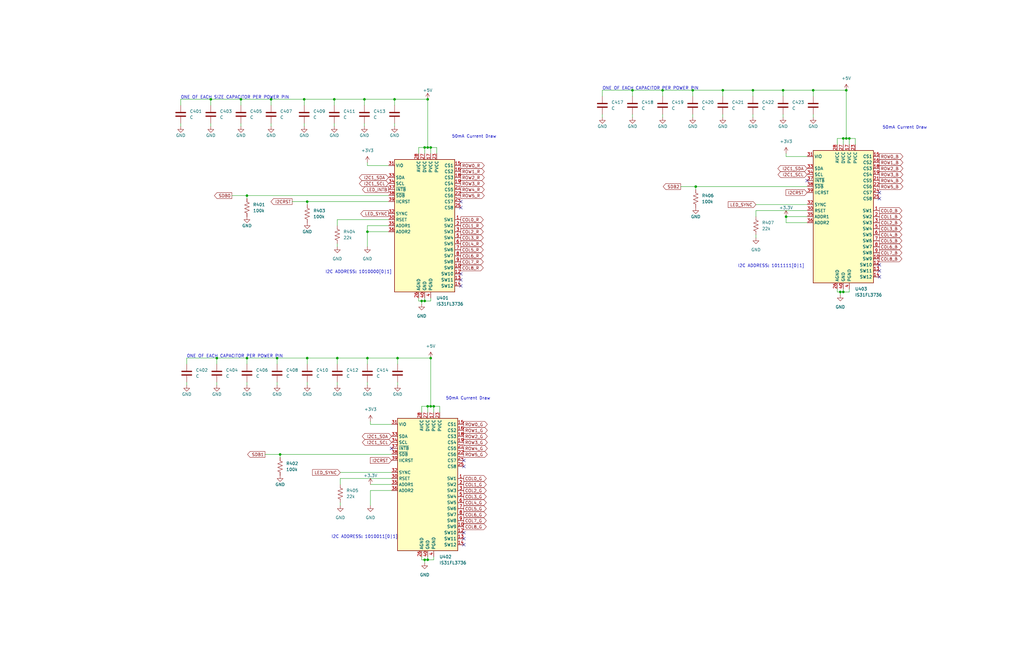
<source format=kicad_sch>
(kicad_sch (version 20230121) (generator eeschema)
  (paper "USLedger")
  (title_block (title "ErgoDUE") (date "2024-01-15") (rev "V0.1"))
  (lib_symbols
    (symbol "Device:C" (pin_numbers hide) (pin_names (offset 0.254))
      (property "Reference" "C" (at 0.635 2.54 0))
      (property "Value" "C" (at 0.635 -2.54 0))
      (symbol "C_0_1"
        (polyline (pts (xy -2.032 -0.762) (xy 2.032 -0.762)) (stroke (width 0.508)))
        (polyline (pts (xy -2.032 0.762) (xy 2.032 0.762)) (stroke (width 0.508)))
      )
      (symbol "C_1_1"
        (pin passive line (at 0 3.81 270) (length 2.794) (name "~") (number "1"))
        (pin passive line (at 0 -3.81 90) (length 2.794) (name "~") (number "2"))
      )
    )
    (symbol "Device:R_US" (pin_numbers hide) (pin_names (offset 0))
      (property "Reference" "R" (at 2.54 0 90))
      (property "Value" "R_US" (at -2.54 0 90))
      (symbol "R_US_0_1"
        (polyline (pts (xy 0 -2.286) (xy 0 -2.54)))
        (polyline (pts (xy 0 2.286) (xy 0 2.54)))
        (polyline (pts (xy 0 -0.762) (xy 1.016 -1.143) (xy 0 -1.524) (xy -1.016 -1.905) (xy 0 -2.286)))
        (polyline (pts (xy 0 0.762) (xy 1.016 0.381) (xy 0 0) (xy -1.016 -0.381) (xy 0 -0.762)))
        (polyline (pts (xy 0 2.286) (xy 1.016 1.905) (xy 0 1.524) (xy -1.016 1.143) (xy 0 0.762)))
      )
      (symbol "R_US_1_1"
        (pin passive line (at 0 3.81 270) (length 1.27) (name "~") (number "1"))
        (pin passive line (at 0 -3.81 90) (length 1.27) (name "~") (number "2"))
      )
    )
    (symbol "Driver_LED:IS31FL3736"
      (property "Reference" "U" (at -12.7 28.575 0))
      (property "Value" "IS31FL3736" (at 5.08 -29.21 0))
      (symbol "IS31FL3736_0_1"
        (rectangle (start -12.7 27.94) (end 12.7 -27.94) (stroke (width 0.254)) (fill (type background)))
      )
      (symbol "IS31FL3736_1_1"
        (pin input line (at 15.24 2.54 180) (length 2.54) (name "SW1") (number "1"))
        (pin input line (at 15.24 -17.78 180) (length 2.54) (name "SW9") (number "10"))
        (pin passive line (at 2.54 -30.48 90) (length 2.54) hide (name "PGND") (number "11"))
        (pin input line (at 15.24 -20.32 180) (length 2.54) (name "SW10") (number "12"))
        (pin input line (at 15.24 -22.86 180) (length 2.54) (name "SW11") (number "13"))
        (pin input line (at 15.24 -25.4 180) (length 2.54) (name "SW12") (number "14"))
        (pin output line (at 15.24 25.4 180) (length 2.54) (name "CS1") (number "15"))
        (pin output line (at 15.24 22.86 180) (length 2.54) (name "CS2") (number "16"))
        (pin power_in line (at 2.54 30.48 270) (length 2.54) (name "PVCC") (number "17"))
        (pin output line (at 15.24 20.32 180) (length 2.54) (name "CS3") (number "18"))
        (pin output line (at 15.24 17.78 180) (length 2.54) (name "CS4") (number "19"))
        (pin input line (at 15.24 0 180) (length 2.54) (name "SW2") (number "2"))
        (pin no_connect line (at -12.7 -22.86 0) (length 2.54) hide (name "NC") (number "20"))
        (pin output line (at 15.24 15.24 180) (length 2.54) (name "CS5") (number "21"))
        (pin output line (at 15.24 12.7 180) (length 2.54) (name "CS6") (number "22"))
        (pin power_in line (at 5.08 30.48 270) (length 2.54) (name "PVCC") (number "23"))
        (pin output line (at 15.24 10.16 180) (length 2.54) (name "CS7") (number "24"))
        (pin output line (at 15.24 7.62 180) (length 2.54) (name "CS8") (number "25"))
        (pin power_in line (at -2.54 -30.48 90) (length 2.54) (name "AGND") (number "26"))
        (pin power_in line (at 0 30.48 270) (length 2.54) (name "DVCC") (number "27"))
        (pin power_in line (at -2.54 30.48 270) (length 2.54) (name "AVCC") (number "28"))
        (pin no_connect line (at -12.7 -25.4 0) (length 2.54) hide (name "NC") (number "29"))
        (pin input line (at 15.24 -2.54 180) (length 2.54) (name "SW3") (number "3"))
        (pin passive line (at -15.24 2.54 0) (length 2.54) (name "RSET") (number "30"))
        (pin input line (at -15.24 25.4 0) (length 2.54) (name "VIO") (number "31"))
        (pin input line (at -15.24 5.08 0) (length 2.54) (name "SYNC") (number "32"))
        (pin bidirectional line (at -15.24 20.32 0) (length 2.54) (name "SDA") (number "33"))
        (pin input line (at -15.24 17.78 0) (length 2.54) (name "SCL") (number "34"))
        (pin input line (at -15.24 0 0) (length 2.54) (name "ADDR1") (number "35"))
        (pin input line (at -15.24 -2.54 0) (length 2.54) (name "ADDR2") (number "36"))
        (pin open_collector line (at -15.24 15.24 0) (length 2.54) (name "~{INTB}") (number "37"))
        (pin input line (at -15.24 12.7 0) (length 2.54) (name "~{SDB}") (number "38"))
        (pin input line (at -15.24 10.16 0) (length 2.54) (name "IICRST") (number "39"))
        (pin power_in line (at 2.54 -30.48 90) (length 2.54) (name "PGND") (number "4"))
        (pin power_in line (at 0 -30.48 90) (length 2.54) (name "GND") (number "40"))
        (pin passive line (at 0 -30.48 90) (length 2.54) hide (name "GND") (number "41"))
        (pin input line (at 15.24 -5.08 180) (length 2.54) (name "SW4") (number "5"))
        (pin input line (at 15.24 -7.62 180) (length 2.54) (name "SW5") (number "6"))
        (pin input line (at 15.24 -10.16 180) (length 2.54) (name "SW6") (number "7"))
        (pin input line (at 15.24 -12.7 180) (length 2.54) (name "SW7") (number "8"))
        (pin input line (at 15.24 -15.24 180) (length 2.54) (name "SW8") (number "9"))
      )
    )
    (symbol "power:+3.3V" (power) (pin_names (offset 0))
      (property "Value" "+3.3V" (at 0 3.556 0))
      (symbol "+3.3V_0_1"
        (polyline (pts (xy -0.762 1.27) (xy 0 2.54)))
        (polyline (pts (xy 0 0) (xy 0 2.54)))
        (polyline (pts (xy 0 2.54) (xy 0.762 1.27)))
      )
      (symbol "+3.3V_1_1"
        (pin power_in line (at 0 0 90) (length 0) hide (name "+3.3V") (number "1"))
      )
    )
    (symbol "power:+3V3" (power) (pin_names (offset 0))
      (property "Value" "+3V3" (at 0 3.556 0))
      (symbol "+3V3_0_1"
        (polyline (pts (xy -0.762 1.27) (xy 0 2.54)))
        (polyline (pts (xy 0 0) (xy 0 2.54)))
        (polyline (pts (xy 0 2.54) (xy 0.762 1.27)))
      )
      (symbol "+3V3_1_1"
        (pin power_in line (at 0 0 90) (length 0) hide (name "+3V3") (number "1"))
      )
    )
    (symbol "power:+5V" (power) (pin_names (offset 0))
      (property "Value" "+5V" (at 0 3.556 0))
      (symbol "+5V_0_1"
        (polyline (pts (xy -0.762 1.27) (xy 0 2.54)))
        (polyline (pts (xy 0 0) (xy 0 2.54)))
        (polyline (pts (xy 0 2.54) (xy 0.762 1.27)))
      )
      (symbol "+5V_1_1"
        (pin power_in line (at 0 0 90) (length 0) hide (name "+5V") (number "1"))
      )
    )
    (symbol "power:GND" (power) (pin_names (offset 0))
      (property "Value" "GND" (at 0 -3.81 0))
      (symbol "GND_0_1"
        (polyline (pts (xy 0 0) (xy 0 -1.27) (xy 1.27 -1.27) (xy 0 -2.54) (xy -1.27 -1.27) (xy 0 -1.27)))
      )
      (symbol "GND_1_1"
        (pin power_in line (at 0 0 270) (length 0) hide (name "GND") (number "1"))
      )
    )
  )
  (junction (at 279.4 38.1))
  (junction (at 101.6 41.91))
  (junction (at 330.2 38.1))
  (junction (at 104.14 82.55))
  (junction (at 116.84 151.13))
  (junction (at 181.61 171.45))
  (junction (at 179.07 127))
  (junction (at 129.54 151.13))
  (junction (at 180.34 62.23))
  (junction (at 167.64 151.13))
  (junction (at 266.7 38.1))
  (junction (at 153.67 41.91))
  (junction (at 129.54 85.09))
  (junction (at 177.8 127))
  (junction (at 358.14 58.42))
  (junction (at 180.34 236.22))
  (junction (at 331.47 91.44))
  (junction (at 181.61 151.13))
  (junction (at 88.9 41.91))
  (junction (at 342.9 38.1))
  (junction (at 179.07 62.23))
  (junction (at 118.11 191.77))
  (junction (at 128.27 41.91))
  (junction (at 355.6 123.19))
  (junction (at 182.88 171.45))
  (junction (at 140.97 41.91))
  (junction (at 91.44 151.13))
  (junction (at 179.07 236.22))
  (junction (at 356.87 58.42))
  (junction (at 154.94 151.13))
  (junction (at 180.34 171.45))
  (junction (at 293.37 78.74))
  (junction (at 292.1 38.1))
  (junction (at 166.37 41.91))
  (junction (at 154.94 97.79))
  (junction (at 181.61 62.23))
  (junction (at 317.5 38.1))
  (junction (at 180.34 41.91))
  (junction (at 114.3 41.91))
  (junction (at 142.24 151.13))
  (junction (at 104.14 151.13))
  (junction (at 355.6 58.42))
  (junction (at 354.33 123.19))
  (junction (at 356.87 38.1))
  (junction (at 304.8 38.1))
  (no_connect (at 340.36 76.2))
  (no_connect (at 195.58 196.85))
  (no_connect (at 165.1 189.23))
  (no_connect (at 370.84 83.82))
  (no_connect (at 195.58 224.79))
  (no_connect (at 195.58 194.31))
  (no_connect (at 194.31 118.11))
  (no_connect (at 195.58 227.33))
  (no_connect (at 370.84 116.84))
  (no_connect (at 370.84 114.3))
  (no_connect (at 194.31 115.57))
  (no_connect (at 370.84 81.28))
  (no_connect (at 194.31 120.65))
  (no_connect (at 194.31 85.09))
  (no_connect (at 370.84 111.76))
  (no_connect (at 195.58 229.87))
  (no_connect (at 194.31 87.63))
  (wire (pts (xy 128.27 52.07) (xy 128.27 53.34)))
  (wire (pts (xy 104.14 82.55) (xy 163.83 82.55)))
  (wire (pts (xy 318.77 86.36) (xy 340.36 86.36)))
  (wire (pts (xy 166.37 52.07) (xy 166.37 53.34)))
  (wire (pts (xy 279.4 38.1) (xy 279.4 40.64)))
  (wire (pts (xy 330.2 38.1) (xy 330.2 40.64)))
  (wire (pts (xy 88.9 41.91) (xy 101.6 41.91)))
  (wire (pts (xy 331.47 66.04) (xy 331.47 64.77)))
  (wire (pts (xy 254 38.1) (xy 266.7 38.1)))
  (wire (pts (xy 142.24 151.13) (xy 154.94 151.13)))
  (wire (pts (xy 179.07 62.23) (xy 180.34 62.23)))
  (wire (pts (xy 156.21 177.8) (xy 156.21 179.07)))
  (wire (pts (xy 153.67 41.91) (xy 166.37 41.91)))
  (wire (pts (xy 318.77 99.06) (xy 318.77 100.33)))
  (wire (pts (xy 179.07 236.22) (xy 180.34 236.22)))
  (wire (pts (xy 176.53 62.23) (xy 176.53 64.77)))
  (wire (pts (xy 143.51 212.09) (xy 143.51 213.36)))
  (wire (pts (xy 180.34 234.95) (xy 180.34 236.22)))
  (wire (pts (xy 166.37 41.91) (xy 166.37 44.45)))
  (wire (pts (xy 340.36 66.04) (xy 331.47 66.04)))
  (wire (pts (xy 266.7 48.26) (xy 266.7 49.53)))
  (wire (pts (xy 118.11 191.77) (xy 165.1 191.77)))
  (wire (pts (xy 129.54 85.09) (xy 129.54 86.36)))
  (wire (pts (xy 254 48.26) (xy 254 49.53)))
  (wire (pts (xy 318.77 88.9) (xy 318.77 91.44)))
  (wire (pts (xy 179.07 62.23) (xy 179.07 64.77)))
  (wire (pts (xy 165.1 201.93) (xy 143.51 201.93)))
  (wire (pts (xy 140.97 41.91) (xy 140.97 44.45)))
  (wire (pts (xy 91.44 161.29) (xy 91.44 162.56)))
  (wire (pts (xy 342.9 48.26) (xy 342.9 49.53)))
  (wire (pts (xy 177.8 236.22) (xy 179.07 236.22)))
  (wire (pts (xy 142.24 102.87) (xy 142.24 104.14)))
  (wire (pts (xy 304.8 38.1) (xy 304.8 40.64)))
  (wire (pts (xy 177.8 234.95) (xy 177.8 236.22)))
  (wire (pts (xy 317.5 38.1) (xy 330.2 38.1)))
  (wire (pts (xy 88.9 41.91) (xy 88.9 44.45)))
  (wire (pts (xy 292.1 38.1) (xy 304.8 38.1)))
  (wire (pts (xy 266.7 38.1) (xy 279.4 38.1)))
  (wire (pts (xy 179.07 236.22) (xy 179.07 237.49)))
  (wire (pts (xy 111.76 191.77) (xy 118.11 191.77)))
  (wire (pts (xy 287.02 78.74) (xy 293.37 78.74)))
  (wire (pts (xy 154.94 97.79) (xy 163.83 97.79)))
  (wire (pts (xy 356.87 58.42) (xy 358.14 58.42)))
  (wire (pts (xy 167.64 161.29) (xy 167.64 162.56)))
  (wire (pts (xy 118.11 191.77) (xy 118.11 193.04)))
  (wire (pts (xy 360.68 58.42) (xy 360.68 60.96)))
  (wire (pts (xy 167.64 151.13) (xy 167.64 153.67)))
  (wire (pts (xy 142.24 92.71) (xy 142.24 95.25)))
  (wire (pts (xy 330.2 38.1) (xy 342.9 38.1)))
  (wire (pts (xy 182.88 236.22) (xy 182.88 234.95)))
  (wire (pts (xy 153.67 41.91) (xy 153.67 44.45)))
  (wire (pts (xy 154.94 97.79) (xy 154.94 104.14)))
  (wire (pts (xy 181.61 62.23) (xy 181.61 64.77)))
  (wire (pts (xy 154.94 95.25) (xy 154.94 97.79)))
  (wire (pts (xy 340.36 93.98) (xy 331.47 93.98)))
  (wire (pts (xy 182.88 171.45) (xy 182.88 173.99)))
  (wire (pts (xy 279.4 48.26) (xy 279.4 49.53)))
  (wire (pts (xy 180.34 41.91) (xy 180.34 62.23)))
  (wire (pts (xy 355.6 123.19) (xy 358.14 123.19)))
  (wire (pts (xy 342.9 38.1) (xy 342.9 40.64)))
  (wire (pts (xy 355.6 121.92) (xy 355.6 123.19)))
  (wire (pts (xy 114.3 41.91) (xy 114.3 44.45)))
  (wire (pts (xy 340.36 88.9) (xy 318.77 88.9)))
  (wire (pts (xy 331.47 91.44) (xy 340.36 91.44)))
  (wire (pts (xy 180.34 171.45) (xy 181.61 171.45)))
  (wire (pts (xy 129.54 151.13) (xy 142.24 151.13)))
  (wire (pts (xy 179.07 125.73) (xy 179.07 127)))
  (wire (pts (xy 355.6 58.42) (xy 355.6 60.96)))
  (wire (pts (xy 176.53 62.23) (xy 179.07 62.23)))
  (wire (pts (xy 154.94 151.13) (xy 167.64 151.13)))
  (wire (pts (xy 104.14 151.13) (xy 104.14 153.67)))
  (wire (pts (xy 142.24 151.13) (xy 142.24 153.67)))
  (wire (pts (xy 354.33 123.19) (xy 354.33 124.46)))
  (wire (pts (xy 76.2 41.91) (xy 88.9 41.91)))
  (wire (pts (xy 266.7 38.1) (xy 266.7 40.64)))
  (wire (pts (xy 129.54 85.09) (xy 163.83 85.09)))
  (wire (pts (xy 101.6 41.91) (xy 101.6 44.45)))
  (wire (pts (xy 293.37 78.74) (xy 340.36 78.74)))
  (wire (pts (xy 76.2 44.45) (xy 76.2 41.91)))
  (wire (pts (xy 358.14 123.19) (xy 358.14 121.92)))
  (wire (pts (xy 116.84 151.13) (xy 116.84 153.67)))
  (wire (pts (xy 353.06 121.92) (xy 353.06 123.19)))
  (wire (pts (xy 180.34 171.45) (xy 180.34 173.99)))
  (wire (pts (xy 292.1 38.1) (xy 292.1 40.64)))
  (wire (pts (xy 116.84 161.29) (xy 116.84 162.56)))
  (wire (pts (xy 354.33 123.19) (xy 355.6 123.19)))
  (wire (pts (xy 177.8 127) (xy 177.8 128.27)))
  (wire (pts (xy 143.51 201.93) (xy 143.51 204.47)))
  (wire (pts (xy 181.61 62.23) (xy 184.15 62.23)))
  (wire (pts (xy 156.21 207.01) (xy 156.21 213.36)))
  (wire (pts (xy 154.94 151.13) (xy 154.94 153.67)))
  (wire (pts (xy 304.8 38.1) (xy 317.5 38.1)))
  (wire (pts (xy 156.21 207.01) (xy 165.1 207.01)))
  (wire (pts (xy 101.6 41.91) (xy 114.3 41.91)))
  (wire (pts (xy 91.44 151.13) (xy 91.44 153.67)))
  (wire (pts (xy 358.14 58.42) (xy 358.14 60.96)))
  (wire (pts (xy 91.44 151.13) (xy 104.14 151.13)))
  (wire (pts (xy 165.1 179.07) (xy 156.21 179.07)))
  (wire (pts (xy 176.53 127) (xy 177.8 127)))
  (wire (pts (xy 78.74 153.67) (xy 78.74 151.13)))
  (wire (pts (xy 76.2 52.07) (xy 76.2 53.34)))
  (wire (pts (xy 114.3 41.91) (xy 128.27 41.91)))
  (wire (pts (xy 156.21 204.47) (xy 165.1 204.47)))
  (wire (pts (xy 355.6 58.42) (xy 356.87 58.42)))
  (wire (pts (xy 177.8 171.45) (xy 180.34 171.45)))
  (wire (pts (xy 177.8 171.45) (xy 177.8 173.99)))
  (wire (pts (xy 129.54 161.29) (xy 129.54 162.56)))
  (wire (pts (xy 163.83 92.71) (xy 142.24 92.71)))
  (wire (pts (xy 114.3 52.07) (xy 114.3 53.34)))
  (wire (pts (xy 78.74 161.29) (xy 78.74 162.56)))
  (wire (pts (xy 101.6 52.07) (xy 101.6 53.34)))
  (wire (pts (xy 163.83 95.25) (xy 154.94 95.25)))
  (wire (pts (xy 142.24 161.29) (xy 142.24 162.56)))
  (wire (pts (xy 140.97 52.07) (xy 140.97 53.34)))
  (wire (pts (xy 317.5 38.1) (xy 317.5 40.64)))
  (wire (pts (xy 163.83 69.85) (xy 154.94 69.85)))
  (wire (pts (xy 128.27 41.91) (xy 128.27 44.45)))
  (wire (pts (xy 88.9 52.07) (xy 88.9 53.34)))
  (wire (pts (xy 317.5 48.26) (xy 317.5 49.53)))
  (wire (pts (xy 182.88 171.45) (xy 185.42 171.45)))
  (wire (pts (xy 176.53 125.73) (xy 176.53 127)))
  (wire (pts (xy 331.47 93.98) (xy 331.47 91.44)))
  (wire (pts (xy 177.8 127) (xy 179.07 127)))
  (wire (pts (xy 97.79 82.55) (xy 104.14 82.55)))
  (wire (pts (xy 353.06 58.42) (xy 355.6 58.42)))
  (wire (pts (xy 353.06 58.42) (xy 353.06 60.96)))
  (wire (pts (xy 153.67 52.07) (xy 153.67 53.34)))
  (wire (pts (xy 116.84 151.13) (xy 129.54 151.13)))
  (wire (pts (xy 353.06 123.19) (xy 354.33 123.19)))
  (wire (pts (xy 179.07 127) (xy 181.61 127)))
  (wire (pts (xy 358.14 58.42) (xy 360.68 58.42)))
  (wire (pts (xy 140.97 41.91) (xy 153.67 41.91)))
  (wire (pts (xy 181.61 171.45) (xy 182.88 171.45)))
  (wire (pts (xy 279.4 38.1) (xy 292.1 38.1)))
  (wire (pts (xy 129.54 151.13) (xy 129.54 153.67)))
  (wire (pts (xy 185.42 171.45) (xy 185.42 173.99)))
  (wire (pts (xy 184.15 62.23) (xy 184.15 64.77)))
  (wire (pts (xy 180.34 62.23) (xy 181.61 62.23)))
  (wire (pts (xy 167.64 151.13) (xy 181.61 151.13)))
  (wire (pts (xy 304.8 48.26) (xy 304.8 49.53)))
  (wire (pts (xy 342.9 38.1) (xy 356.87 38.1)))
  (wire (pts (xy 154.94 69.85) (xy 154.94 68.58)))
  (wire (pts (xy 143.51 199.39) (xy 165.1 199.39)))
  (wire (pts (xy 123.19 85.09) (xy 129.54 85.09)))
  (wire (pts (xy 104.14 82.55) (xy 104.14 83.82)))
  (wire (pts (xy 293.37 78.74) (xy 293.37 80.01)))
  (wire (pts (xy 104.14 161.29) (xy 104.14 162.56)))
  (wire (pts (xy 292.1 48.26) (xy 292.1 49.53)))
  (wire (pts (xy 154.94 161.29) (xy 154.94 162.56)))
  (wire (pts (xy 181.61 127) (xy 181.61 125.73)))
  (wire (pts (xy 181.61 151.13) (xy 181.61 171.45)))
  (wire (pts (xy 180.34 236.22) (xy 182.88 236.22)))
  (wire (pts (xy 330.2 48.26) (xy 330.2 49.53)))
  (wire (pts (xy 166.37 41.91) (xy 180.34 41.91)))
  (wire (pts (xy 254 40.64) (xy 254 38.1)))
  (wire (pts (xy 128.27 41.91) (xy 140.97 41.91)))
  (wire (pts (xy 356.87 38.1) (xy 356.87 58.42)))
  (wire (pts (xy 78.74 151.13) (xy 91.44 151.13)))
  (wire (pts (xy 104.14 151.13) (xy 116.84 151.13)))
  (text "I2C ADDRESS: 1010000[0|1]" (at 137.16 115.57 0) (effects (font (size 1.27 1.27)) (justify left bottom)))
  (text "50mA Current Draw" (at 372.11 54.61 0) (effects (font (size 1.27 1.27)) (justify left bottom)))
  (text "ONE OF EACH CAPACITOR PER POWER PIN" (at 78.74 151.13 0) (effects (font (size 1.27 1.27)) (justify left bottom)))
  (text "I2C ADDRESS: 1010011[0|1]" (at 139.7 227.33 0) (effects (font (size 1.27 1.27)) (justify left bottom)))
  (text "I2C ADDRESS: 1011111[0|1]" (at 311.15 113.03 0) (effects (font (size 1.27 1.27)) (justify left bottom)))
  (text "50mA Current Draw" (at 187.96 168.91 0) (effects (font (size 1.27 1.27)) (justify left bottom)))
  (text "ONE OF EACH CAPACITOR PER POWER PIN" (at 254 38.1 0) (effects (font (size 1.27 1.27)) (justify left bottom)))
  (text "ONE OF EACH SIZE CAPACITOR PER POWER PIN" (at 76.2 41.91 0) (effects (font (size 1.27 1.27)) (justify left bottom)))
  (text "50mA Current Draw" (at 190.5 58.42 0) (effects (font (size 1.27 1.27)) (justify left bottom)))
  (global_label "COL4_R" (shape output) (at 194.31 102.87 0) (property "Intersheetrefs" "${INTERSHEET_REFS}" (effects hide)))
  (global_label "COL7_G" (shape output) (at 195.58 219.71 0) (property "Intersheetrefs" "${INTERSHEET_REFS}" (effects hide)))
  (global_label "COL4_G" (shape output) (at 195.58 212.09 0) (property "Intersheetrefs" "${INTERSHEET_REFS}" (effects hide)))
  (global_label "COL7_B" (shape output) (at 370.84 106.68 0) (property "Intersheetrefs" "${INTERSHEET_REFS}" (effects hide)))
  (global_label "COL3_B" (shape output) (at 370.84 96.52 0) (property "Intersheetrefs" "${INTERSHEET_REFS}" (effects hide)))
  (global_label "I2C1_SCL" (shape bidirectional) (at 165.1 186.69 180) (property "Intersheetrefs" "${INTERSHEET_REFS}" (effects hide)))
  (global_label "I2C1_SDA" (shape bidirectional) (at 340.36 71.12 180) (property "Intersheetrefs" "${INTERSHEET_REFS}" (effects hide)))
  (global_label "ROW4_R" (shape output) (at 194.31 80.01 0) (property "Intersheetrefs" "${INTERSHEET_REFS}" (effects hide)))
  (global_label "COL2_R" (shape output) (at 194.31 97.79 0) (property "Intersheetrefs" "${INTERSHEET_REFS}" (effects hide)))
  (global_label "ROW0_R" (shape output) (at 194.31 69.85 0) (property "Intersheetrefs" "${INTERSHEET_REFS}" (effects hide)))
  (global_label "I2C1_SDA" (shape bidirectional) (at 163.83 74.93 180) (property "Intersheetrefs" "${INTERSHEET_REFS}" (effects hide)))
  (global_label "LED_SYNC" (shape input) (at 318.77 86.36 180) (property "Intersheetrefs" "${INTERSHEET_REFS}" (effects hide)))
  (global_label "ROW3_B" (shape output) (at 370.84 73.66 0) (property "Intersheetrefs" "${INTERSHEET_REFS}" (effects hide)))
  (global_label "COL1_B" (shape output) (at 370.84 91.44 0) (property "Intersheetrefs" "${INTERSHEET_REFS}" (effects hide)))
  (global_label "COL2_G" (shape output) (at 195.58 207.01 0) (property "Intersheetrefs" "${INTERSHEET_REFS}" (effects hide)))
  (global_label "COL8_G" (shape output) (at 195.58 222.25 0) (property "Intersheetrefs" "${INTERSHEET_REFS}" (effects hide)))
  (global_label "COL5_G" (shape output) (at 195.58 214.63 0) (property "Intersheetrefs" "${INTERSHEET_REFS}" (effects hide)))
  (global_label "COL6_R" (shape output) (at 194.31 107.95 0) (property "Intersheetrefs" "${INTERSHEET_REFS}" (effects hide)))
  (global_label "ROW3_G" (shape output) (at 195.58 186.69 0) (property "Intersheetrefs" "${INTERSHEET_REFS}" (effects hide)))
  (global_label "LED_INTB" (shape output) (at 163.83 80.01 180) (property "Intersheetrefs" "${INTERSHEET_REFS}" (effects hide)))
  (global_label "LED_SYNC" (shape input) (at 143.51 199.39 180) (property "Intersheetrefs" "${INTERSHEET_REFS}" (effects hide)))
  (global_label "COL5_R" (shape output) (at 194.31 105.41 0) (property "Intersheetrefs" "${INTERSHEET_REFS}" (effects hide)))
  (global_label "COL1_R" (shape output) (at 194.31 95.25 0) (property "Intersheetrefs" "${INTERSHEET_REFS}" (effects hide)))
  (global_label "COL3_G" (shape output) (at 195.58 209.55 0) (property "Intersheetrefs" "${INTERSHEET_REFS}" (effects hide)))
  (global_label "ROW5_B" (shape output) (at 370.84 78.74 0) (property "Intersheetrefs" "${INTERSHEET_REFS}" (effects hide)))
  (global_label "COL0_B" (shape output) (at 370.84 88.9 0) (property "Intersheetrefs" "${INTERSHEET_REFS}" (effects hide)))
  (global_label "ROW1_R" (shape output) (at 194.31 72.39 0) (property "Intersheetrefs" "${INTERSHEET_REFS}" (effects hide)))
  (global_label "I2CRST" (shape input) (at 165.1 194.31 180) (property "Intersheetrefs" "${INTERSHEET_REFS}" (effects hide)))
  (global_label "ROW4_B" (shape output) (at 370.84 76.2 0) (property "Intersheetrefs" "${INTERSHEET_REFS}" (effects hide)))
  (global_label "ROW5_G" (shape output) (at 195.58 191.77 0) (property "Intersheetrefs" "${INTERSHEET_REFS}" (effects hide)))
  (global_label "COL8_B" (shape output) (at 370.84 109.22 0) (property "Intersheetrefs" "${INTERSHEET_REFS}" (effects hide)))
  (global_label "ROW2_B" (shape output) (at 370.84 71.12 0) (property "Intersheetrefs" "${INTERSHEET_REFS}" (effects hide)))
  (global_label "ROW0_B" (shape output) (at 370.84 66.04 0) (property "Intersheetrefs" "${INTERSHEET_REFS}" (effects hide)))
  (global_label "I2C1_SDA" (shape bidirectional) (at 165.1 184.15 180) (property "Intersheetrefs" "${INTERSHEET_REFS}" (effects hide)))
  (global_label "ROW2_G" (shape output) (at 195.58 184.15 0) (property "Intersheetrefs" "${INTERSHEET_REFS}" (effects hide)))
  (global_label "COL0_G" (shape output) (at 195.58 201.93 0) (property "Intersheetrefs" "${INTERSHEET_REFS}" (effects hide)))
  (global_label "COL3_R" (shape output) (at 194.31 100.33 0) (property "Intersheetrefs" "${INTERSHEET_REFS}" (effects hide)))
  (global_label "SDB0" (shape output) (at 97.79 82.55 180) (property "Intersheetrefs" "${INTERSHEET_REFS}" (effects hide)))
  (global_label "COL2_B" (shape output) (at 370.84 93.98 0) (property "Intersheetrefs" "${INTERSHEET_REFS}" (effects hide)))
  (global_label "I2CRST" (shape input) (at 340.36 81.28 180) (property "Intersheetrefs" "${INTERSHEET_REFS}" (effects hide)))
  (global_label "ROW0_G" (shape output) (at 195.58 179.07 0) (property "Intersheetrefs" "${INTERSHEET_REFS}" (effects hide)))
  (global_label "I2C1_SCL" (shape bidirectional) (at 163.83 77.47 180) (property "Intersheetrefs" "${INTERSHEET_REFS}" (effects hide)))
  (global_label "ROW4_G" (shape output) (at 195.58 189.23 0) (property "Intersheetrefs" "${INTERSHEET_REFS}" (effects hide)))
  (global_label "I2C1_SCL" (shape bidirectional) (at 340.36 73.66 180) (property "Intersheetrefs" "${INTERSHEET_REFS}" (effects hide)))
  (global_label "COL8_R" (shape output) (at 194.31 113.03 0) (property "Intersheetrefs" "${INTERSHEET_REFS}" (effects hide)))
  (global_label "LED_SYNC" (shape output) (at 163.83 90.17 180) (property "Intersheetrefs" "${INTERSHEET_REFS}" (effects hide)))
  (global_label "ROW5_R" (shape output) (at 194.31 82.55 0) (property "Intersheetrefs" "${INTERSHEET_REFS}" (effects hide)))
  (global_label "SDB2" (shape output) (at 287.02 78.74 180) (property "Intersheetrefs" "${INTERSHEET_REFS}" (effects hide)))
  (global_label "COL0_R" (shape output) (at 194.31 92.71 0) (property "Intersheetrefs" "${INTERSHEET_REFS}" (effects hide)))
  (global_label "COL5_B" (shape output) (at 370.84 101.6 0) (property "Intersheetrefs" "${INTERSHEET_REFS}" (effects hide)))
  (global_label "COL7_R" (shape output) (at 194.31 110.49 0) (property "Intersheetrefs" "${INTERSHEET_REFS}" (effects hide)))
  (global_label "SDB1" (shape output) (at 111.76 191.77 180) (property "Intersheetrefs" "${INTERSHEET_REFS}" (effects hide)))
  (global_label "ROW1_G" (shape output) (at 195.58 181.61 0) (property "Intersheetrefs" "${INTERSHEET_REFS}" (effects hide)))
  (global_label "ROW3_R" (shape output) (at 194.31 77.47 0) (property "Intersheetrefs" "${INTERSHEET_REFS}" (effects hide)))
  (global_label "I2CRST" (shape output) (at 123.19 85.09 180) (property "Intersheetrefs" "${INTERSHEET_REFS}" (effects hide)))
  (global_label "COL4_B" (shape output) (at 370.84 99.06 0) (property "Intersheetrefs" "${INTERSHEET_REFS}" (effects hide)))
  (global_label "ROW2_R" (shape output) (at 194.31 74.93 0) (property "Intersheetrefs" "${INTERSHEET_REFS}" (effects hide)))
  (global_label "COL6_B" (shape output) (at 370.84 104.14 0) (property "Intersheetrefs" "${INTERSHEET_REFS}" (effects hide)))
  (global_label "ROW1_B" (shape output) (at 370.84 68.58 0) (property "Intersheetrefs" "${INTERSHEET_REFS}" (effects hide)))
  (global_label "COL6_G" (shape output) (at 195.58 217.17 0) (property "Intersheetrefs" "${INTERSHEET_REFS}" (effects hide)))
  (global_label "COL1_G" (shape output) (at 195.58 204.47 0) (property "Intersheetrefs" "${INTERSHEET_REFS}" (effects hide)))
  (symbol (lib_id "power:GND") (at 154.94 104.14 0) (unit 1)
    (property "Reference" "#PWR0420" (effects hide))
    (property "Value" "GND" (at 154.94 109.22 0))
  )
  (symbol (lib_id "power:+3V3") (at 331.47 64.77 0) (unit 1)
    (property "Reference" "#PWR0440" (effects hide))
    (property "Value" "+3V3" (at 331.47 59.69 0))
  )
  (symbol (lib_id "Device:C") (at 116.84 157.48 0) (unit 1)
    (property "Reference" "C408" (at 120.65 156.21 0) (effects (justify left)))
    (property "Value" "C" (at 120.65 158.75 0) (effects (justify left)))
  )
  (symbol (lib_id "power:+5V") (at 181.61 151.13 0) (unit 1)
    (property "Reference" "#PWR0430" (effects hide))
    (property "Value" "+5V" (at 181.61 146.05 0))
  )
  (symbol (lib_id "Device:C") (at 142.24 157.48 0) (unit 1)
    (property "Reference" "C412" (at 146.05 156.21 0) (effects (justify left)))
    (property "Value" "C" (at 146.05 158.75 0) (effects (justify left)))
  )
  (symbol (lib_id "power:GND") (at 318.77 100.33 0) (unit 1)
    (property "Reference" "#PWR0438" (effects hide))
    (property "Value" "GND" (at 318.77 105.41 0))
  )
  (symbol (lib_id "power:GND") (at 166.37 53.34 0) (unit 1)
    (property "Reference" "#PWR0425" (effects hide))
    (property "Value" "GND" (at 166.37 57.15 0))
  )
  (symbol (lib_id "power:+3V3") (at 154.94 68.58 0) (unit 1)
    (property "Reference" "#PWR0419" (effects hide))
    (property "Value" "+3V3" (at 154.94 63.5 0))
  )
  (symbol (lib_id "Device:R_US") (at 118.11 196.85 0) (unit 1)
    (property "Reference" "R402" (at 120.65 195.58 0) (effects (justify left)))
    (property "Value" "100k" (at 120.65 198.12 0) (effects (justify left)))
  )
  (symbol (lib_id "power:+5V") (at 180.34 41.91 0) (unit 1)
    (property "Reference" "#PWR0429" (effects hide))
    (property "Value" "+5V" (at 180.34 38.1 0))
  )
  (symbol (lib_id "Device:C") (at 128.27 48.26 0) (unit 1)
    (property "Reference" "C409" (at 132.08 46.99 0) (effects (justify left)))
    (property "Value" "C" (at 132.08 49.53 0) (effects (justify left)))
  )
  (symbol (lib_id "power:GND") (at 330.2 49.53 0) (unit 1)
    (property "Reference" "#PWR0439" (effects hide))
    (property "Value" "GND" (at 330.2 53.34 0))
  )
  (symbol (lib_id "power:GND") (at 129.54 162.56 0) (unit 1)
    (property "Reference" "#PWR0413" (effects hide))
    (property "Value" "GND" (at 129.54 166.37 0))
  )
  (symbol (lib_id "Device:C") (at 292.1 44.45 0) (unit 1)
    (property "Reference" "C420" (at 295.91 43.18 0) (effects (justify left)))
    (property "Value" "C" (at 295.91 45.72 0) (effects (justify left)))
  )
  (symbol (lib_id "power:GND") (at 114.3 53.34 0) (unit 1)
    (property "Reference" "#PWR0408" (effects hide))
    (property "Value" "GND" (at 114.3 57.15 0))
  )
  (symbol (lib_id "power:GND") (at 101.6 53.34 0) (unit 1)
    (property "Reference" "#PWR0405" (effects hide))
    (property "Value" "GND" (at 101.6 57.15 0))
  )
  (symbol (lib_id "Device:C") (at 167.64 157.48 0) (unit 1)
    (property "Reference" "C416" (effects hide))
    (property "Value" "C" (effects hide))
  )
  (symbol (lib_id "power:GND") (at 254 49.53 0) (unit 1)
    (property "Reference" "#PWR0431" (effects hide))
    (property "Value" "GND" (at 254 53.34 0))
  )
  (symbol (lib_id "power:GND") (at 78.74 162.56 0) (unit 1)
    (property "Reference" "#PWR0402" (effects hide))
    (property "Value" "GND" (at 78.74 166.37 0))
  )
  (symbol (lib_id "Device:C") (at 154.94 157.48 0) (unit 1)
    (property "Reference" "C414" (at 158.75 156.21 0) (effects (justify left)))
    (property "Value" "C" (at 158.75 158.75 0) (effects (justify left)))
  )
  (symbol (lib_id "power:GND") (at 292.1 49.53 0) (unit 1)
    (property "Reference" "#PWR0434" (effects hide))
    (property "Value" "GND" (at 292.1 53.34 0))
  )
  (symbol (lib_id "Device:R_US") (at 293.37 83.82 0) (unit 1)
    (property "Reference" "R406" (at 295.91 82.55 0) (effects (justify left)))
    (property "Value" "100k" (at 295.91 85.09 0) (effects (justify left)))
  )
  (symbol (lib_id "power:GND") (at 304.8 49.53 0) (unit 1)
    (property "Reference" "#PWR0436" (effects hide))
    (property "Value" "GND" (at 304.8 53.34 0))
  )
  (symbol (lib_id "power:GND") (at 342.9 49.53 0) (unit 1)
    (property "Reference" "#PWR0442" (effects hide))
    (property "Value" "GND" (at 342.9 53.34 0))
  )
  (symbol (lib_id "Device:C") (at 266.7 44.45 0) (unit 1)
    (property "Reference" "C418" (at 270.51 43.18 0) (effects (justify left)))
    (property "Value" "C" (at 270.51 45.72 0) (effects (justify left)))
  )
  (symbol (lib_id "power:+3.3V") (at 156.21 204.47 0) (unit 1)
    (property "Reference" "#PWR0423" (effects hide))
    (property "Value" "+3.3V" (at 156.21 200.66 0))
  )
  (symbol (lib_id "Device:C") (at 101.6 48.26 0) (unit 1)
    (property "Reference" "C405" (at 105.41 46.99 0) (effects (justify left)))
    (property "Value" "C" (at 105.41 49.53 0) (effects (justify left)))
  )
  (symbol (lib_id "power:GND") (at 177.8 128.27 0) (unit 1)
    (property "Reference" "#PWR0427" (effects hide))
    (property "Value" "GND" (at 177.8 133.35 0))
  )
  (symbol (lib_id "power:GND") (at 293.37 87.63 0) (unit 1)
    (property "Reference" "#PWR0435" (effects hide))
    (property "Value" "GND" (at 293.37 91.44 0))
  )
  (symbol (lib_id "power:GND") (at 88.9 53.34 0) (unit 1)
    (property "Reference" "#PWR0403" (effects hide))
    (property "Value" "GND" (at 88.9 57.15 0))
  )
  (symbol (lib_id "Device:C") (at 279.4 44.45 0) (unit 1)
    (property "Reference" "C419" (at 283.21 43.18 0) (effects (justify left)))
    (property "Value" "C" (at 283.21 45.72 0) (effects (justify left)))
  )
  (symbol (lib_id "Device:C") (at 91.44 157.48 0) (unit 1)
    (property "Reference" "C404" (at 95.25 156.21 0) (effects (justify left)))
    (property "Value" "C" (at 95.25 158.75 0) (effects (justify left)))
  )
  (symbol (lib_id "Device:C") (at 153.67 48.26 0) (unit 1)
    (property "Reference" "C413" (at 157.48 46.99 0) (effects (justify left)))
    (property "Value" "C" (at 157.48 49.53 0) (effects (justify left)))
  )
  (symbol (lib_id "power:+3.3V") (at 331.47 91.44 0) (unit 1)
    (property "Reference" "#PWR0441" (effects hide))
    (property "Value" "+3.3V" (at 331.47 87.63 0))
  )
  (symbol (lib_id "power:+3V3") (at 156.21 177.8 0) (unit 1)
    (property "Reference" "#PWR0422" (effects hide))
    (property "Value" "+3V3" (at 156.21 172.72 0))
  )
  (symbol (lib_id "Device:C") (at 114.3 48.26 0) (unit 1)
    (property "Reference" "C407" (at 118.11 46.99 0) (effects (justify left)))
    (property "Value" "C" (at 118.11 49.53 0) (effects (justify left)))
  )
  (symbol (lib_id "power:GND") (at 128.27 53.34 0) (unit 1)
    (property "Reference" "#PWR0411" (effects hide))
    (property "Value" "GND" (at 128.27 57.15 0))
  )
  (symbol (lib_id "Device:C") (at 342.9 44.45 0) (unit 1)
    (property "Reference" "C424" (effects hide))
    (property "Value" "C" (effects hide))
  )
  (symbol (lib_id "power:GND") (at 118.11 200.66 0) (unit 1)
    (property "Reference" "#PWR0410" (effects hide))
    (property "Value" "GND" (at 118.11 204.47 0))
  )
  (symbol (lib_id "power:GND") (at 116.84 162.56 0) (unit 1)
    (property "Reference" "#PWR0409" (effects hide))
    (property "Value" "GND" (at 116.84 166.37 0))
  )
  (symbol (lib_id "power:GND") (at 317.5 49.53 0) (unit 1)
    (property "Reference" "#PWR0437" (effects hide))
    (property "Value" "GND" (at 317.5 53.34 0))
  )
  (symbol (lib_id "power:GND") (at 156.21 213.36 0) (unit 1)
    (property "Reference" "#PWR0424" (effects hide))
    (property "Value" "GND" (at 156.21 218.44 0))
  )
  (symbol (lib_id "power:GND") (at 266.7 49.53 0) (unit 1)
    (property "Reference" "#PWR0432" (effects hide))
    (property "Value" "GND" (at 266.7 53.34 0))
  )
  (symbol (lib_id "Device:R_US") (at 142.24 99.06 0) (unit 1)
    (property "Reference" "R404" (at 144.78 97.79 0) (effects (justify left)))
    (property "Value" "22k" (at 144.78 100.33 0) (effects (justify left)))
  )
  (symbol (lib_id "Device:C") (at 129.54 157.48 0) (unit 1)
    (property "Reference" "C410" (at 133.35 156.21 0) (effects (justify left)))
    (property "Value" "C" (at 133.35 158.75 0) (effects (justify left)))
  )
  (symbol (lib_id "Device:C") (at 166.37 48.26 0) (unit 1)
    (property "Reference" "C415" (effects hide))
    (property "Value" "C" (effects hide))
  )
  (symbol (lib_id "power:GND") (at 129.54 93.98 0) (unit 1)
    (property "Reference" "#PWR0412" (effects hide))
    (property "Value" "GND" (at 129.54 97.79 0))
  )
  (symbol (lib_id "Device:C") (at 317.5 44.45 0) (unit 1)
    (property "Reference" "C422" (at 321.31 43.18 0) (effects (justify left)))
    (property "Value" "C" (at 321.31 45.72 0) (effects (justify left)))
  )
  (symbol (lib_id "power:GND") (at 142.24 162.56 0) (unit 1)
    (property "Reference" "#PWR0416" (effects hide))
    (property "Value" "GND" (at 142.24 166.37 0))
  )
  (symbol (lib_id "Device:C") (at 88.9 48.26 0) (unit 1)
    (property "Reference" "C403" (at 92.71 46.99 0) (effects (justify left)))
    (property "Value" "C" (at 92.71 49.53 0) (effects (justify left)))
  )
  (symbol (lib_id "Device:C") (at 140.97 48.26 0) (unit 1)
    (property "Reference" "C411" (at 144.78 46.99 0) (effects (justify left)))
    (property "Value" "C" (at 144.78 49.53 0) (effects (justify left)))
  )
  (symbol (lib_id "power:GND") (at 167.64 162.56 0) (unit 1)
    (property "Reference" "#PWR0426" (effects hide))
    (property "Value" "GND" (at 167.64 166.37 0))
  )
  (symbol (lib_id "Device:R_US") (at 129.54 90.17 0) (unit 1)
    (property "Reference" "R403" (at 132.08 88.9 0) (effects (justify left)))
    (property "Value" "100k" (at 132.08 91.44 0) (effects (justify left)))
  )
  (symbol (lib_id "Driver_LED:IS31FL3736") (at 180.34 204.47 0) (unit 1)
    (property "Reference" "U402" (at 185.2828 234.95 0) (effects (justify left)))
    (property "Value" "IS31FL3736" (at 185.2828 237.49 0) (effects (justify left)))
    (property "Footprint" "Package_DFN_QFN:QFN-40-1EP_5x5mm_P0.4mm_EP3.8x3.8mm" (effects hide))
    (property "Datasheet" "http://www.issi.com/WW/pdf/31FL3736.pdf" (effects hide))
  )
  (symbol (lib_id "power:+5V") (at 356.87 38.1 0) (unit 1)
    (property "Reference" "#PWR0444" (effects hide))
    (property "Value" "+5V" (at 356.87 33.02 0))
  )
  (symbol (lib_id "Device:C") (at 304.8 44.45 0) (unit 1)
    (property "Reference" "C421" (at 308.61 43.18 0) (effects (justify left)))
    (property "Value" "C" (at 308.61 45.72 0) (effects (justify left)))
  )
  (symbol (lib_id "power:GND") (at 76.2 53.34 0) (unit 1)
    (property "Reference" "#PWR0401" (effects hide))
    (property "Value" "GND" (at 76.2 57.15 0))
  )
  (symbol (lib_id "power:GND") (at 142.24 104.14 0) (unit 1)
    (property "Reference" "#PWR0415" (effects hide))
    (property "Value" "GND" (at 142.24 109.22 0))
  )
  (symbol (lib_id "power:GND") (at 104.14 91.44 0) (unit 1)
    (property "Reference" "#PWR0406" (effects hide))
    (property "Value" "GND" (at 104.14 95.25 0))
  )
  (symbol (lib_id "Device:C") (at 76.2 48.26 0) (unit 1)
    (property "Reference" "C401" (at 80.01 46.99 0) (effects (justify left)))
    (property "Value" "C" (at 80.01 49.53 0) (effects (justify left)))
  )
  (symbol (lib_id "Device:R_US") (at 104.14 87.63 0) (unit 1)
    (property "Reference" "R401" (at 106.68 86.36 0) (effects (justify left)))
    (property "Value" "100k" (at 106.68 88.9 0) (effects (justify left)))
  )
  (symbol (lib_id "Driver_LED:IS31FL3736") (at 355.6 91.44 0) (unit 1)
    (property "Reference" "U403" (at 360.5428 121.92 0) (effects (justify left)))
    (property "Value" "IS31FL3736" (at 360.5428 124.46 0) (effects (justify left)))
    (property "Footprint" "Package_DFN_QFN:QFN-40-1EP_5x5mm_P0.4mm_EP3.8x3.8mm" (effects hide))
    (property "Datasheet" "http://www.issi.com/WW/pdf/31FL3736.pdf" (effects hide))
  )
  (symbol (lib_id "power:GND") (at 91.44 162.56 0) (unit 1)
    (property "Reference" "#PWR0404" (effects hide))
    (property "Value" "GND" (at 91.44 166.37 0))
  )
  (symbol (lib_id "power:GND") (at 354.33 124.46 0) (unit 1)
    (property "Reference" "#PWR0443" (effects hide))
    (property "Value" "GND" (at 354.33 129.54 0))
  )
  (symbol (lib_id "power:GND") (at 154.94 162.56 0) (unit 1)
    (property "Reference" "#PWR0421" (effects hide))
    (property "Value" "GND" (at 154.94 166.37 0))
  )
  (symbol (lib_id "power:GND") (at 140.97 53.34 0) (unit 1)
    (property "Reference" "#PWR0414" (effects hide))
    (property "Value" "GND" (at 140.97 57.15 0))
  )
  (symbol (lib_id "power:GND") (at 153.67 53.34 0) (unit 1)
    (property "Reference" "#PWR0418" (effects hide))
    (property "Value" "GND" (at 153.67 57.15 0))
  )
  (symbol (lib_id "Device:C") (at 104.14 157.48 0) (unit 1)
    (property "Reference" "C406" (at 107.95 156.21 0) (effects (justify left)))
    (property "Value" "C" (at 107.95 158.75 0) (effects (justify left)))
  )
  (symbol (lib_id "power:GND") (at 104.14 162.56 0) (unit 1)
    (property "Reference" "#PWR0407" (effects hide))
    (property "Value" "GND" (at 104.14 166.37 0))
  )
  (symbol (lib_id "Device:R_US") (at 143.51 208.28 0) (unit 1)
    (property "Reference" "R405" (at 146.05 207.01 0) (effects (justify left)))
    (property "Value" "22k" (at 146.05 209.55 0) (effects (justify left)))
  )
  (symbol (lib_id "Device:R_US") (at 318.77 95.25 0) (unit 1)
    (property "Reference" "R407" (at 321.31 93.98 0) (effects (justify left)))
    (property "Value" "22k" (at 321.31 96.52 0) (effects (justify left)))
  )
  (symbol (lib_id "Driver_LED:IS31FL3736") (at 179.07 95.25 0) (unit 1)
    (property "Reference" "U401" (at 184.0128 125.73 0) (effects (justify left)))
    (property "Value" "IS31FL3736" (at 184.0128 128.27 0) (effects (justify left)))
    (property "Footprint" "Package_DFN_QFN:QFN-40-1EP_5x5mm_P0.4mm_EP3.8x3.8mm" (effects hide))
    (property "Datasheet" "http://www.issi.com/WW/pdf/31FL3736.pdf" (effects hide))
  )
  (symbol (lib_id "power:GND") (at 179.07 237.49 0) (unit 1)
    (property "Reference" "#PWR0428" (effects hide))
    (property "Value" "GND" (at 179.07 242.57 0))
  )
  (symbol (lib_id "Device:C") (at 78.74 157.48 0) (unit 1)
    (property "Reference" "C402" (at 82.55 156.21 0) (effects (justify left)))
    (property "Value" "C" (at 82.55 158.75 0) (effects (justify left)))
  )
  (symbol (lib_id "Device:C") (at 254 44.45 0) (unit 1)
    (property "Reference" "C417" (at 257.81 43.18 0) (effects (justify left)))
    (property "Value" "C" (at 257.81 45.72 0) (effects (justify left)))
  )
  (symbol (lib_id "Device:C") (at 330.2 44.45 0) (unit 1)
    (property "Reference" "C423" (at 334.01 43.18 0) (effects (justify left)))
    (property "Value" "C" (at 334.01 45.72 0) (effects (justify left)))
  )
  (symbol (lib_id "power:GND") (at 143.51 213.36 0) (unit 1)
    (property "Reference" "#PWR0417" (effects hide))
    (property "Value" "GND" (at 143.51 218.44 0))
  )
  (symbol (lib_id "power:GND") (at 279.4 49.53 0) (unit 1)
    (property "Reference" "#PWR0433" (effects hide))
    (property "Value" "GND" (at 279.4 53.34 0))
  )
)
</source>
